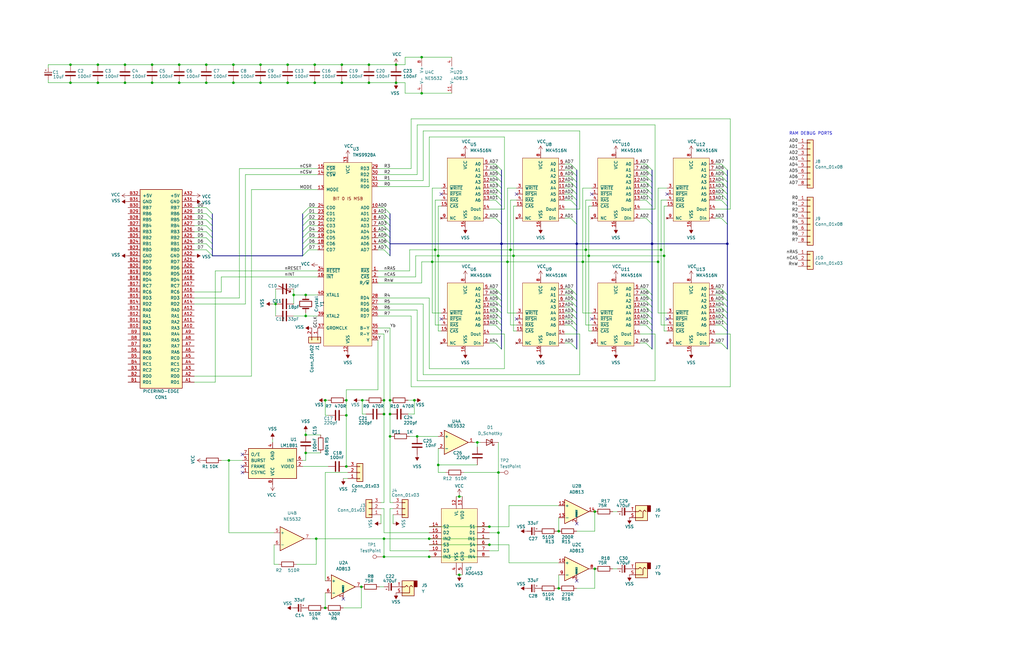
<source format=kicad_sch>
(kicad_sch (version 20230121) (generator eeschema)
  (paper "B")
  (title_block (title "TMS99XX") (company "sparkletron") (comment 1 "Jay Converitno") (comment 2 "MIT License"))
  (junction (at 183.515 105.41))
  (junction (at 174.752 168.91))
  (junction (at 164.465 174.752))
  (junction (at 75.565 27.305))
  (junction (at 123.825 124.46))
  (junction (at 180.975 234.95))
  (junction (at 206.375 229.87))
  (junction (at 52.705 34.925))
  (junction (at 215.265 105.41))
  (junction (at 235.585 248.285))
  (junction (at 128.905 124.46))
  (junction (at 121.285 34.925))
  (junction (at 193.675 242.57))
  (junction (at 182.245 110.49))
  (junction (at 184.785 107.95))
  (junction (at 175.895 184.15))
  (junction (at 132.715 34.925))
  (junction (at 245.745 110.49))
  (junction (at 248.285 107.95))
  (junction (at 247.015 105.41))
  (junction (at 146.05 175.26))
  (junction (at 116.205 128.27))
  (junction (at 121.285 27.305))
  (junction (at 167.005 27.305))
  (junction (at 64.135 27.305))
  (junction (at 155.575 34.925))
  (junction (at 216.535 107.95))
  (junction (at 98.425 34.925))
  (junction (at 146.05 196.85))
  (junction (at 29.718 27.305))
  (junction (at 164.465 184.15))
  (junction (at 41.275 34.925))
  (junction (at 161.925 174.752))
  (junction (at 235.585 224.155))
  (junction (at 75.565 34.925))
  (junction (at 210.185 199.39))
  (junction (at 128.905 191.135))
  (junction (at 96.52 194.31))
  (junction (at 250.825 215.9))
  (junction (at 161.925 234.95))
  (junction (at 152.4 247.65))
  (junction (at 277.495 110.49))
  (junction (at 161.925 227.33))
  (junction (at 274.955 102.87))
  (junction (at 280.035 107.95))
  (junction (at 29.718 34.925))
  (junction (at 41.275 27.305))
  (junction (at 210.185 224.79))
  (junction (at 167.005 34.925))
  (junction (at 206.375 222.25))
  (junction (at 128.905 183.515))
  (junction (at 146.05 168.91))
  (junction (at 177.8 39.37))
  (junction (at 306.705 102.87))
  (junction (at 180.975 227.33))
  (junction (at 211.455 102.87))
  (junction (at 155.575 27.305))
  (junction (at 86.995 34.925))
  (junction (at 144.145 34.925))
  (junction (at 52.705 27.305))
  (junction (at 184.785 196.215))
  (junction (at 193.675 209.55))
  (junction (at 98.425 27.305))
  (junction (at 164.465 168.91))
  (junction (at 144.145 27.305))
  (junction (at 201.295 186.69))
  (junction (at 133.35 227.33))
  (junction (at 250.825 240.03))
  (junction (at 152.781 168.91))
  (junction (at 177.8 24.13))
  (junction (at 64.135 34.925))
  (junction (at 128.905 133.35))
  (junction (at 86.995 27.305))
  (junction (at 109.855 27.305))
  (junction (at 137.16 256.54))
  (junction (at 109.855 34.925))
  (junction (at 278.765 105.41))
  (junction (at 161.925 168.91))
  (junction (at 213.995 110.49))
  (junction (at 132.715 27.305))
  (junction (at 137.16 168.91))
  (junction (at 243.205 102.87))
  (no_connect (at 144.78 252.73))
  (no_connect (at 249.555 81.915))
  (no_connect (at 281.305 81.915))
  (no_connect (at 186.055 81.915))
  (no_connect (at 102.235 199.39))
  (no_connect (at 243.205 220.98))
  (no_connect (at 102.235 191.77))
  (no_connect (at 249.555 134.62))
  (no_connect (at 243.205 245.11))
  (no_connect (at 281.305 134.62))
  (no_connect (at 102.235 196.85))
  (no_connect (at 217.805 134.62))
  (no_connect (at 217.805 81.915))
  (no_connect (at 186.055 134.62))
  (bus_entry (at 208.915 74.295) (size 2.54 2.54))
  (bus_entry (at 240.665 132.08) (size 2.54 2.54))
  (bus_entry (at 89.535 95.25) (size -2.54 -2.54))
  (bus_entry (at 208.915 137.16) (size 2.54 2.54))
  (bus_entry (at 208.915 84.455) (size 2.54 2.54))
  (bus_entry (at 272.415 74.295) (size 2.54 2.54))
  (bus_entry (at 127.635 90.17) (size 2.54 -2.54))
  (bus_entry (at 127.635 92.71) (size 2.54 -2.54))
  (bus_entry (at 272.415 79.375) (size 2.54 2.54))
  (bus_entry (at 161.925 100.33) (size 2.54 2.54))
  (bus_entry (at 304.165 127) (size 2.54 2.54))
  (bus_entry (at 240.665 79.375) (size 2.54 2.54))
  (bus_entry (at 89.535 100.33) (size -2.54 -2.54))
  (bus_entry (at 208.915 129.54) (size 2.54 2.54))
  (bus_entry (at 127.635 102.87) (size 2.54 -2.54))
  (bus_entry (at 272.415 76.835) (size 2.54 2.54))
  (bus_entry (at 208.915 69.215) (size 2.54 2.54))
  (bus_entry (at 240.665 127) (size 2.54 2.54))
  (bus_entry (at 240.665 144.78) (size 2.54 2.54))
  (bus_entry (at 208.915 132.08) (size 2.54 2.54))
  (bus_entry (at 304.165 84.455) (size 2.54 2.54))
  (bus_entry (at 272.415 124.46) (size 2.54 2.54))
  (bus_entry (at 272.415 144.78) (size 2.54 2.54))
  (bus_entry (at 304.165 124.46) (size 2.54 2.54))
  (bus_entry (at 304.165 74.295) (size 2.54 2.54))
  (bus_entry (at 304.165 129.54) (size 2.54 2.54))
  (bus_entry (at 272.415 121.92) (size 2.54 2.54))
  (bus_entry (at 304.165 71.755) (size 2.54 2.54))
  (bus_entry (at 304.165 69.215) (size 2.54 2.54))
  (bus_entry (at 89.535 105.41) (size -2.54 -2.54))
  (bus_entry (at 240.665 69.215) (size 2.54 2.54))
  (bus_entry (at 208.915 121.92) (size 2.54 2.54))
  (bus_entry (at 208.915 76.835) (size 2.54 2.54))
  (bus_entry (at 127.635 97.79) (size 2.54 -2.54))
  (bus_entry (at 240.665 76.835) (size 2.54 2.54))
  (bus_entry (at 240.665 74.295) (size 2.54 2.54))
  (bus_entry (at 304.165 132.08) (size 2.54 2.54))
  (bus_entry (at 240.665 71.755) (size 2.54 2.54))
  (bus_entry (at 208.915 81.915) (size 2.54 2.54))
  (bus_entry (at 240.665 124.46) (size 2.54 2.54))
  (bus_entry (at 272.415 69.215) (size 2.54 2.54))
  (bus_entry (at 208.915 92.075) (size 2.54 2.54))
  (bus_entry (at 161.925 105.41) (size 2.54 2.54))
  (bus_entry (at 89.535 107.95) (size -2.54 -2.54))
  (bus_entry (at 127.635 95.25) (size 2.54 -2.54))
  (bus_entry (at 272.415 134.62) (size 2.54 2.54))
  (bus_entry (at 208.915 71.755) (size 2.54 2.54))
  (bus_entry (at 272.415 71.755) (size 2.54 2.54))
  (bus_entry (at 272.415 132.08) (size 2.54 2.54))
  (bus_entry (at 161.925 97.79) (size 2.54 2.54))
  (bus_entry (at 161.925 102.87) (size 2.54 2.54))
  (bus_entry (at 304.165 144.78) (size 2.54 2.54))
  (bus_entry (at 304.165 134.62) (size 2.54 2.54))
  (bus_entry (at 89.535 90.17) (size -2.54 -2.54))
  (bus_entry (at 272.415 84.455) (size 2.54 2.54))
  (bus_entry (at 272.415 92.075) (size 2.54 2.54))
  (bus_entry (at 208.915 127) (size 2.54 2.54))
  (bus_entry (at 208.915 144.78) (size 2.54 2.54))
  (bus_entry (at 272.415 81.915) (size 2.54 2.54))
  (bus_entry (at 272.415 127) (size 2.54 2.54))
  (bus_entry (at 240.665 92.075) (size 2.54 2.54))
  (bus_entry (at 89.535 92.71) (size -2.54 -2.54))
  (bus_entry (at 161.925 92.71) (size 2.54 2.54))
  (bus_entry (at 272.415 129.54) (size 2.54 2.54))
  (bus_entry (at 304.165 121.92) (size 2.54 2.54))
  (bus_entry (at 304.165 81.915) (size 2.54 2.54))
  (bus_entry (at 304.165 76.835) (size 2.54 2.54))
  (bus_entry (at 127.635 100.33) (size 2.54 -2.54))
  (bus_entry (at 208.915 79.375) (size 2.54 2.54))
  (bus_entry (at 240.665 134.62) (size 2.54 2.54))
  (bus_entry (at 161.925 90.17) (size 2.54 2.54))
  (bus_entry (at 304.165 79.375) (size 2.54 2.54))
  (bus_entry (at 304.165 137.16) (size 2.54 2.54))
  (bus_entry (at 272.415 137.16) (size 2.54 2.54))
  (bus_entry (at 240.665 137.16) (size 2.54 2.54))
  (bus_entry (at 127.635 107.95) (size 2.54 -2.54))
  (bus_entry (at 240.665 121.92) (size 2.54 2.54))
  (bus_entry (at 161.925 87.63) (size 2.54 2.54))
  (bus_entry (at 240.665 81.915) (size 2.54 2.54))
  (bus_entry (at 240.665 84.455) (size 2.54 2.54))
  (bus_entry (at 89.535 102.87) (size -2.54 -2.54))
  (bus_entry (at 304.165 92.075) (size 2.54 2.54))
  (bus_entry (at 208.915 134.62) (size 2.54 2.54))
  (bus_entry (at 127.635 105.41) (size 2.54 -2.54))
  (bus_entry (at 208.915 124.46) (size 2.54 2.54))
  (bus_entry (at 161.925 95.25) (size 2.54 2.54))
  (bus_entry (at 89.535 97.79) (size -2.54 -2.54))
  (bus_entry (at 240.665 129.54) (size 2.54 2.54))
  (wire (pts (xy 128.905 183.515) (xy 135.255 183.515)))
  (wire (pts (xy 245.745 110.49) (xy 277.495 110.49)))
  (wire (pts (xy 172.72 105.41) (xy 172.72 114.3)))
  (wire (pts (xy 146.05 175.26) (xy 146.05 196.85)))
  (wire (pts (xy 217.805 132.08) (xy 213.995 132.08)))
  (wire (pts (xy 269.875 127) (xy 272.415 127)))
  (bus (pts (xy 274.955 71.755) (xy 274.955 74.295)))
  (wire (pts (xy 175.895 130.81) (xy 175.895 160.655)))
  (wire (pts (xy 215.265 105.41) (xy 215.265 84.455)))
  (wire (pts (xy 212.725 155.575) (xy 212.725 140.97)))
  (wire (pts (xy 248.285 107.95) (xy 280.035 107.95)))
  (wire (pts (xy 100.965 125.73) (xy 81.915 125.73)))
  (wire (pts (xy 238.125 81.915) (xy 240.665 81.915)))
  (wire (pts (xy 159.385 114.3) (xy 172.72 114.3)))
  (wire (pts (xy 93.345 116.84) (xy 93.345 123.19)))
  (bus (pts (xy 243.205 76.835) (xy 243.205 79.375)))
  (bus (pts (xy 243.205 102.87) (xy 243.205 124.46)))
  (wire (pts (xy 132.715 34.925) (xy 121.285 34.925)))
  (bus (pts (xy 306.705 81.915) (xy 306.705 84.455)))
  (wire (pts (xy 184.785 139.7) (xy 186.055 139.7)))
  (wire (pts (xy 238.125 92.075) (xy 240.665 92.075)))
  (bus (pts (xy 211.455 132.08) (xy 211.455 134.62)))
  (wire (pts (xy 114.935 186.69) (xy 114.935 185.42)))
  (wire (pts (xy 243.205 224.155) (xy 250.825 224.155)))
  (wire (pts (xy 138.43 175.26) (xy 137.16 175.26)))
  (wire (pts (xy 280.035 107.95) (xy 280.035 139.7)))
  (wire (pts (xy 161.925 140.97) (xy 161.925 168.91)))
  (wire (pts (xy 116.205 121.92) (xy 116.205 128.27)))
  (wire (pts (xy 175.895 52.705) (xy 276.225 52.705)))
  (wire (pts (xy 164.465 232.41) (xy 180.975 232.41)))
  (wire (pts (xy 206.375 69.215) (xy 208.915 69.215)))
  (wire (pts (xy 269.875 124.46) (xy 272.415 124.46)))
  (wire (pts (xy 161.925 92.71) (xy 159.385 92.71)))
  (wire (pts (xy 184.785 196.215) (xy 184.785 189.23)))
  (wire (pts (xy 123.825 124.46) (xy 123.825 121.92)))
  (wire (pts (xy 178.435 158.115) (xy 244.475 158.115)))
  (wire (pts (xy 244.475 55.245) (xy 244.475 88.265)))
  (bus (pts (xy 274.955 102.87) (xy 306.705 102.87)))
  (bus (pts (xy 306.705 74.295) (xy 306.705 76.835)))
  (wire (pts (xy 174.752 174.752) (xy 172.085 174.752)))
  (wire (pts (xy 86.995 90.17) (xy 81.915 90.17)))
  (bus (pts (xy 127.635 95.25) (xy 127.635 97.79)))
  (wire (pts (xy 175.895 184.15) (xy 184.785 184.15)))
  (wire (pts (xy 238.125 137.16) (xy 240.665 137.16)))
  (wire (pts (xy 269.875 134.62) (xy 272.415 134.62)))
  (wire (pts (xy 269.875 74.295) (xy 272.415 74.295)))
  (bus (pts (xy 306.705 84.455) (xy 306.705 86.995)))
  (wire (pts (xy 248.285 107.95) (xy 248.285 139.7)))
  (wire (pts (xy 41.275 27.305) (xy 52.705 27.305)))
  (wire (pts (xy 127.635 196.85) (xy 138.43 196.85)))
  (wire (pts (xy 193.675 208.915) (xy 193.675 209.55)))
  (wire (pts (xy 160.655 212.09) (xy 161.925 212.09)))
  (wire (pts (xy 276.225 52.705) (xy 276.225 88.265)))
  (wire (pts (xy 177.8 110.49) (xy 182.245 110.49)))
  (wire (pts (xy 206.375 71.755) (xy 208.915 71.755)))
  (bus (pts (xy 274.955 124.46) (xy 274.955 127)))
  (wire (pts (xy 90.805 114.3) (xy 133.985 114.3)))
  (wire (pts (xy 206.375 121.92) (xy 208.915 121.92)))
  (bus (pts (xy 306.705 132.08) (xy 306.705 134.62)))
  (wire (pts (xy 64.135 34.925) (xy 52.705 34.925)))
  (wire (pts (xy 159.385 130.81) (xy 175.895 130.81)))
  (wire (pts (xy 180.975 234.95) (xy 161.925 234.95)))
  (wire (pts (xy 173.355 133.35) (xy 173.355 163.195)))
  (wire (pts (xy 206.375 127) (xy 208.915 127)))
  (wire (pts (xy 247.015 137.16) (xy 247.015 105.41)))
  (wire (pts (xy 206.375 222.25) (xy 214.63 222.25)))
  (wire (pts (xy 183.515 137.16) (xy 183.515 105.41)))
  (wire (pts (xy 301.625 79.375) (xy 304.165 79.375)))
  (bus (pts (xy 211.455 81.915) (xy 211.455 84.455)))
  (wire (pts (xy 170.815 24.13) (xy 177.8 24.13)))
  (wire (pts (xy 20.32 27.305) (xy 29.718 27.305)))
  (wire (pts (xy 103.505 73.66) (xy 133.985 73.66)))
  (bus (pts (xy 274.955 137.16) (xy 274.955 139.7)))
  (bus (pts (xy 89.535 105.41) (xy 89.535 107.95)))
  (wire (pts (xy 276.225 160.655) (xy 276.225 140.97)))
  (wire (pts (xy 269.875 79.375) (xy 272.415 79.375)))
  (bus (pts (xy 211.455 134.62) (xy 211.455 137.16)))
  (wire (pts (xy 235.585 242.57) (xy 235.585 248.285)))
  (wire (pts (xy 128.905 182.245) (xy 128.905 183.515)))
  (bus (pts (xy 243.205 94.615) (xy 243.205 102.87)))
  (wire (pts (xy 159.385 78.74) (xy 180.975 78.74)))
  (wire (pts (xy 161.925 168.91) (xy 161.925 174.752)))
  (wire (pts (xy 192.405 209.55) (xy 193.675 209.55)))
  (wire (pts (xy 245.745 132.08) (xy 245.745 110.49)))
  (wire (pts (xy 103.505 73.66) (xy 103.505 128.27)))
  (wire (pts (xy 214.63 213.36) (xy 235.585 213.36)))
  (bus (pts (xy 243.205 127) (xy 243.205 129.54)))
  (wire (pts (xy 164.465 184.15) (xy 165.1 184.15)))
  (bus (pts (xy 243.205 71.755) (xy 243.205 74.295)))
  (bus (pts (xy 274.955 94.615) (xy 274.955 102.87)))
  (bus (pts (xy 127.635 92.71) (xy 127.635 95.25)))
  (wire (pts (xy 121.285 27.305) (xy 132.715 27.305)))
  (wire (pts (xy 155.575 27.305) (xy 167.005 27.305)))
  (wire (pts (xy 172.72 105.41) (xy 183.515 105.41)))
  (wire (pts (xy 173.355 71.12) (xy 173.355 50.165)))
  (bus (pts (xy 274.955 102.87) (xy 274.955 124.46)))
  (wire (pts (xy 170.815 39.37) (xy 170.815 34.925)))
  (wire (pts (xy 269.875 132.08) (xy 272.415 132.08)))
  (bus (pts (xy 274.955 79.375) (xy 274.955 81.915)))
  (wire (pts (xy 248.285 86.995) (xy 248.285 107.95)))
  (wire (pts (xy 301.625 124.46) (xy 304.165 124.46)))
  (wire (pts (xy 206.375 74.295) (xy 208.915 74.295)))
  (bus (pts (xy 306.705 86.995) (xy 306.705 94.615)))
  (wire (pts (xy 183.515 105.41) (xy 215.265 105.41)))
  (bus (pts (xy 89.535 95.25) (xy 89.535 97.79)))
  (wire (pts (xy 172.72 184.15) (xy 175.895 184.15)))
  (wire (pts (xy 165.735 217.17) (xy 165.735 220.98)))
  (wire (pts (xy 301.625 121.92) (xy 304.165 121.92)))
  (wire (pts (xy 280.035 86.995) (xy 280.035 107.95)))
  (bus (pts (xy 211.455 139.7) (xy 211.455 147.32)))
  (wire (pts (xy 123.825 124.46) (xy 128.905 124.46)))
  (wire (pts (xy 93.345 194.31) (xy 96.52 194.31)))
  (wire (pts (xy 159.385 116.84) (xy 175.26 116.84)))
  (wire (pts (xy 249.555 86.995) (xy 248.285 86.995)))
  (wire (pts (xy 249.555 137.16) (xy 247.015 137.16)))
  (wire (pts (xy 244.475 140.97) (xy 238.125 140.97)))
  (wire (pts (xy 192.405 242.57) (xy 193.675 242.57)))
  (wire (pts (xy 164.465 184.15) (xy 164.465 212.09)))
  (bus (pts (xy 243.205 84.455) (xy 243.205 86.995)))
  (wire (pts (xy 238.125 69.215) (xy 240.665 69.215)))
  (bus (pts (xy 306.705 134.62) (xy 306.705 137.16)))
  (bus (pts (xy 306.705 76.835) (xy 306.705 79.375)))
  (wire (pts (xy 206.375 88.265) (xy 212.725 88.265)))
  (wire (pts (xy 133.985 80.01) (xy 106.045 80.01)))
  (wire (pts (xy 175.895 160.655) (xy 276.225 160.655)))
  (wire (pts (xy 244.475 158.115) (xy 244.475 140.97)))
  (wire (pts (xy 177.8 39.37) (xy 190.5 39.37)))
  (wire (pts (xy 178.435 76.2) (xy 178.435 55.245)))
  (wire (pts (xy 212.725 140.97) (xy 206.375 140.97)))
  (wire (pts (xy 213.995 79.375) (xy 217.805 79.375)))
  (wire (pts (xy 301.625 127) (xy 304.165 127)))
  (wire (pts (xy 96.52 194.31) (xy 102.235 194.31)))
  (wire (pts (xy 216.535 107.95) (xy 248.285 107.95)))
  (wire (pts (xy 276.225 140.97) (xy 269.875 140.97)))
  (bus (pts (xy 211.455 137.16) (xy 211.455 139.7)))
  (wire (pts (xy 238.125 76.835) (xy 240.665 76.835)))
  (bus (pts (xy 274.955 84.455) (xy 274.955 86.995)))
  (wire (pts (xy 180.975 155.575) (xy 212.725 155.575)))
  (wire (pts (xy 164.465 138.43) (xy 164.465 168.91)))
  (wire (pts (xy 117.475 238.125) (xy 115.57 238.125)))
  (bus (pts (xy 89.535 92.71) (xy 89.535 95.25)))
  (wire (pts (xy 133.35 227.33) (xy 161.925 227.33)))
  (wire (pts (xy 214.63 237.49) (xy 235.585 237.49)))
  (bus (pts (xy 306.705 124.46) (xy 306.705 127)))
  (wire (pts (xy 182.245 132.08) (xy 182.245 110.49)))
  (bus (pts (xy 211.455 86.995) (xy 211.455 94.615)))
  (bus (pts (xy 211.455 71.755) (xy 211.455 74.295)))
  (bus (pts (xy 274.955 76.835) (xy 274.955 79.375)))
  (wire (pts (xy 201.295 188.595) (xy 201.295 186.69)))
  (wire (pts (xy 250.825 248.285) (xy 250.825 240.03)))
  (wire (pts (xy 238.125 124.46) (xy 240.665 124.46)))
  (wire (pts (xy 215.265 105.41) (xy 215.265 137.16)))
  (bus (pts (xy 243.205 74.295) (xy 243.205 76.835)))
  (wire (pts (xy 301.625 144.78) (xy 304.165 144.78)))
  (wire (pts (xy 277.495 110.49) (xy 277.495 132.08)))
  (bus (pts (xy 274.955 81.915) (xy 274.955 84.455)))
  (wire (pts (xy 86.995 100.33) (xy 81.915 100.33)))
  (wire (pts (xy 20.32 34.925) (xy 29.718 34.925)))
  (wire (pts (xy 20.32 34.925) (xy 20.32 33.655)))
  (wire (pts (xy 109.855 27.305) (xy 121.285 27.305)))
  (wire (pts (xy 137.16 199.39) (xy 137.16 245.11)))
  (wire (pts (xy 238.125 79.375) (xy 240.665 79.375)))
  (bus (pts (xy 211.455 79.375) (xy 211.455 81.915)))
  (wire (pts (xy 170.815 34.925) (xy 167.005 34.925)))
  (wire (pts (xy 159.385 90.17) (xy 161.925 90.17)))
  (wire (pts (xy 161.925 87.63) (xy 159.385 87.63)))
  (wire (pts (xy 146.05 168.91) (xy 146.05 175.26)))
  (wire (pts (xy 130.175 105.41) (xy 133.985 105.41)))
  (wire (pts (xy 98.425 34.925) (xy 109.855 34.925)))
  (wire (pts (xy 206.375 81.915) (xy 208.915 81.915)))
  (wire (pts (xy 269.875 84.455) (xy 272.415 84.455)))
  (wire (pts (xy 269.875 121.92) (xy 272.415 121.92)))
  (wire (pts (xy 210.185 199.39) (xy 210.185 186.69)))
  (wire (pts (xy 307.975 88.265) (xy 301.625 88.265)))
  (wire (pts (xy 161.925 102.87) (xy 159.385 102.87)))
  (wire (pts (xy 206.375 144.78) (xy 208.915 144.78)))
  (wire (pts (xy 206.375 124.46) (xy 208.915 124.46)))
  (wire (pts (xy 281.305 86.995) (xy 280.035 86.995)))
  (wire (pts (xy 159.385 133.35) (xy 173.355 133.35)))
  (wire (pts (xy 245.745 110.49) (xy 245.745 79.375)))
  (wire (pts (xy 130.175 92.71) (xy 133.985 92.71)))
  (wire (pts (xy 151.765 168.91) (xy 152.781 168.91)))
  (wire (pts (xy 81.915 92.71) (xy 86.995 92.71)))
  (wire (pts (xy 216.535 139.7) (xy 217.805 139.7)))
  (wire (pts (xy 159.385 100.33) (xy 161.925 100.33)))
  (wire (pts (xy 164.465 174.752) (xy 164.465 184.15)))
  (bus (pts (xy 211.455 76.835) (xy 211.455 79.375)))
  (wire (pts (xy 301.625 132.08) (xy 304.165 132.08)))
  (wire (pts (xy 234.95 224.155) (xy 235.585 224.155)))
  (bus (pts (xy 89.535 97.79) (xy 89.535 100.33)))
  (wire (pts (xy 247.015 105.41) (xy 278.765 105.41)))
  (wire (pts (xy 180.975 125.73) (xy 180.975 155.575)))
  (wire (pts (xy 130.175 100.33) (xy 133.985 100.33)))
  (bus (pts (xy 211.455 129.54) (xy 211.455 132.08)))
  (bus (pts (xy 274.955 129.54) (xy 274.955 132.08)))
  (wire (pts (xy 106.045 80.01) (xy 106.045 158.75)))
  (wire (pts (xy 164.465 168.91) (xy 164.465 174.752)))
  (bus (pts (xy 306.705 79.375) (xy 306.705 81.915)))
  (wire (pts (xy 238.125 129.54) (xy 240.665 129.54)))
  (wire (pts (xy 175.26 107.95) (xy 175.26 116.84)))
  (wire (pts (xy 269.875 137.16) (xy 272.415 137.16)))
  (bus (pts (xy 89.535 100.33) (xy 89.535 102.87)))
  (wire (pts (xy 86.995 34.925) (xy 75.565 34.925)))
  (wire (pts (xy 178.435 55.245) (xy 244.475 55.245)))
  (wire (pts (xy 301.625 137.16) (xy 304.165 137.16)))
  (wire (pts (xy 29.718 27.305) (xy 41.275 27.305)))
  (wire (pts (xy 128.905 191.135) (xy 128.905 194.31)))
  (wire (pts (xy 98.425 34.925) (xy 86.995 34.925)))
  (wire (pts (xy 238.125 144.78) (xy 240.665 144.78)))
  (wire (pts (xy 206.375 79.375) (xy 208.915 79.375)))
  (bus (pts (xy 127.635 102.87) (xy 127.635 105.41)))
  (wire (pts (xy 184.785 107.95) (xy 216.535 107.95)))
  (wire (pts (xy 159.385 125.73) (xy 180.975 125.73)))
  (bus (pts (xy 306.705 71.755) (xy 306.705 74.295)))
  (wire (pts (xy 234.95 248.285) (xy 235.585 248.285)))
  (wire (pts (xy 159.385 138.43) (xy 164.465 138.43)))
  (bus (pts (xy 306.705 127) (xy 306.705 129.54)))
  (wire (pts (xy 159.385 128.27) (xy 178.435 128.27)))
  (wire (pts (xy 133.985 102.87) (xy 130.175 102.87)))
  (wire (pts (xy 173.355 50.165) (xy 307.975 50.165)))
  (wire (pts (xy 96.52 224.79) (xy 96.52 194.31)))
  (wire (pts (xy 213.995 132.08) (xy 213.995 110.49)))
  (wire (pts (xy 212.725 88.265) (xy 212.725 57.785)))
  (wire (pts (xy 180.975 57.785) (xy 180.975 78.74)))
  (wire (pts (xy 216.535 107.95) (xy 216.535 139.7)))
  (wire (pts (xy 201.295 186.69) (xy 200.025 186.69)))
  (bus (pts (xy 211.455 102.87) (xy 243.205 102.87)))
  (wire (pts (xy 238.125 121.92) (xy 240.665 121.92)))
  (wire (pts (xy 164.465 214.63) (xy 165.735 214.63)))
  (wire (pts (xy 206.375 229.87) (xy 214.63 229.87)))
  (bus (pts (xy 164.465 105.41) (xy 164.465 107.95)))
  (wire (pts (xy 93.345 116.84) (xy 133.985 116.84)))
  (bus (pts (xy 211.455 94.615) (xy 211.455 102.87)))
  (wire (pts (xy 238.125 74.295) (xy 240.665 74.295)))
  (wire (pts (xy 206.375 84.455) (xy 208.915 84.455)))
  (wire (pts (xy 307.975 163.195) (xy 307.975 140.97)))
  (bus (pts (xy 306.705 129.54) (xy 306.705 132.08)))
  (wire (pts (xy 164.465 212.09) (xy 165.735 212.09)))
  (wire (pts (xy 278.765 105.41) (xy 278.765 84.455)))
  (wire (pts (xy 213.995 110.49) (xy 213.995 79.375)))
  (wire (pts (xy 86.995 105.41) (xy 81.915 105.41)))
  (wire (pts (xy 146.05 196.85) (xy 146.685 196.85)))
  (wire (pts (xy 159.385 76.2) (xy 178.435 76.2)))
  (wire (pts (xy 155.575 34.925) (xy 144.145 34.925)))
  (wire (pts (xy 184.785 196.215) (xy 184.785 199.39)))
  (wire (pts (xy 206.375 137.16) (xy 208.915 137.16)))
  (wire (pts (xy 269.875 92.075) (xy 272.415 92.075)))
  (bus (pts (xy 243.205 129.54) (xy 243.205 132.08)))
  (bus (pts (xy 211.455 102.87) (xy 211.455 124.46)))
  (wire (pts (xy 175.895 73.66) (xy 175.895 52.705)))
  (wire (pts (xy 177.8 119.38) (xy 177.8 110.49)))
  (wire (pts (xy 170.815 27.305) (xy 170.815 24.13)))
  (wire (pts (xy 146.05 168.91) (xy 146.05 164.465)))
  (wire (pts (xy 201.295 196.215) (xy 184.785 196.215)))
  (wire (pts (xy 136.525 256.54) (xy 137.16 256.54)))
  (wire (pts (xy 307.975 140.97) (xy 301.625 140.97)))
  (wire (pts (xy 81.915 102.87) (xy 86.995 102.87)))
  (wire (pts (xy 161.925 234.95) (xy 161.925 227.33)))
  (wire (pts (xy 177.8 24.13) (xy 190.5 24.13)))
  (wire (pts (xy 210.185 232.41) (xy 210.185 224.79)))
  (bus (pts (xy 211.455 124.46) (xy 211.455 127)))
  (wire (pts (xy 206.375 76.835) (xy 208.915 76.835)))
  (wire (pts (xy 174.752 168.91) (xy 174.752 174.752)))
  (wire (pts (xy 130.81 227.33) (xy 133.35 227.33)))
  (wire (pts (xy 215.265 105.41) (xy 247.015 105.41)))
  (wire (pts (xy 238.125 127) (xy 240.665 127)))
  (wire (pts (xy 301.625 81.915) (xy 304.165 81.915)))
  (wire (pts (xy 81.915 97.79) (xy 86.995 97.79)))
  (bus (pts (xy 127.635 97.79) (xy 127.635 100.33)))
  (wire (pts (xy 180.975 227.33) (xy 206.375 227.33)))
  (wire (pts (xy 277.495 79.375) (xy 281.305 79.375)))
  (bus (pts (xy 127.635 105.41) (xy 127.635 107.95)))
  (wire (pts (xy 133.35 238.125) (xy 133.35 227.33)))
  (wire (pts (xy 180.975 222.25) (xy 206.375 222.25)))
  (wire (pts (xy 276.225 88.265) (xy 269.875 88.265)))
  (wire (pts (xy 238.125 84.455) (xy 240.665 84.455)))
  (wire (pts (xy 250.825 224.155) (xy 250.825 215.9)))
  (wire (pts (xy 159.385 73.66) (xy 175.895 73.66)))
  (wire (pts (xy 137.16 168.91) (xy 138.43 168.91)))
  (wire (pts (xy 173.355 163.195) (xy 307.975 163.195)))
  (wire (pts (xy 75.565 34.925) (xy 64.135 34.925)))
  (wire (pts (xy 152.4 256.54) (xy 152.4 247.65)))
  (wire (pts (xy 278.765 105.41) (xy 278.765 137.16)))
  (wire (pts (xy 128.905 133.35) (xy 133.985 133.35)))
  (wire (pts (xy 247.015 84.455) (xy 249.555 84.455)))
  (wire (pts (xy 159.385 164.465) (xy 159.385 143.51)))
  (wire (pts (xy 144.78 201.93) (xy 146.685 201.93)))
  (bus (pts (xy 243.205 79.375) (xy 243.205 81.915)))
  (wire (pts (xy 86.995 95.25) (xy 81.915 95.25)))
  (wire (pts (xy 193.675 242.57) (xy 194.945 242.57)))
  (wire (pts (xy 130.175 87.63) (xy 133.985 87.63)))
  (wire (pts (xy 159.385 119.38) (xy 177.8 119.38)))
  (wire (pts (xy 90.805 161.29) (xy 81.915 161.29)))
  (bus (pts (xy 243.205 81.915) (xy 243.205 84.455)))
  (wire (pts (xy 186.055 137.16) (xy 183.515 137.16)))
  (bus (pts (xy 211.455 84.455) (xy 211.455 86.995)))
  (wire (pts (xy 182.245 79.375) (xy 186.055 79.375)))
  (bus (pts (xy 243.205 137.16) (xy 243.205 139.7)))
  (bus (pts (xy 164.465 102.87) (xy 164.465 105.41)))
  (bus (pts (xy 164.465 97.79) (xy 164.465 100.33)))
  (wire (pts (xy 206.375 232.41) (xy 210.185 232.41)))
  (wire (pts (xy 277.495 110.49) (xy 277.495 79.375)))
  (wire (pts (xy 93.345 123.19) (xy 81.915 123.19)))
  (wire (pts (xy 133.985 71.12) (xy 100.965 71.12)))
  (bus (pts (xy 89.535 90.17) (xy 89.535 92.71)))
  (bus (pts (xy 243.205 86.995) (xy 243.205 94.615)))
  (bus (pts (xy 164.465 102.87) (xy 211.455 102.87)))
  (bus (pts (xy 243.205 134.62) (xy 243.205 137.16)))
  (wire (pts (xy 103.505 128.27) (xy 81.915 128.27)))
  (wire (pts (xy 64.135 27.305) (xy 75.565 27.305)))
  (wire (pts (xy 86.995 87.63) (xy 81.915 87.63)))
  (wire (pts (xy 244.475 88.265) (xy 238.125 88.265)))
  (bus (pts (xy 274.955 132.08) (xy 274.955 134.62)))
  (wire (pts (xy 269.875 69.215) (xy 272.415 69.215)))
  (wire (pts (xy 128.905 132.08) (xy 128.905 133.35)))
  (wire (pts (xy 152.781 174.752) (xy 152.781 168.91)))
  (wire (pts (xy 238.125 71.755) (xy 240.665 71.755)))
  (wire (pts (xy 137.16 199.39) (xy 146.685 199.39)))
  (wire (pts (xy 128.905 194.31) (xy 127.635 194.31)))
  (wire (pts (xy 235.585 218.44) (xy 235.585 224.155)))
  (wire (pts (xy 130.175 97.79) (xy 133.985 97.79)))
  (wire (pts (xy 238.125 132.08) (xy 240.665 132.08)))
  (wire (pts (xy 217.805 137.16) (xy 215.265 137.16)))
  (wire (pts (xy 278.765 84.455) (xy 281.305 84.455)))
  (wire (pts (xy 269.875 76.835) (xy 272.415 76.835)))
  (wire (pts (xy 133.985 95.25) (xy 130.175 95.25)))
  (wire (pts (xy 115.57 224.79) (xy 96.52 224.79)))
  (wire (pts (xy 301.625 71.755) (xy 304.165 71.755)))
  (bus (pts (xy 243.205 124.46) (xy 243.205 127)))
  (bus (pts (xy 164.465 92.71) (xy 164.465 95.25)))
  (wire (pts (xy 144.78 256.54) (xy 152.4 256.54)))
  (wire (pts (xy 301.625 84.455) (xy 304.165 84.455)))
  (wire (pts (xy 178.435 128.27) (xy 178.435 158.115)))
  (wire (pts (xy 243.205 248.285) (xy 250.825 248.285)))
  (wire (pts (xy 123.825 133.35) (xy 128.905 133.35)))
  (bus (pts (xy 274.955 74.295) (xy 274.955 76.835)))
  (wire (pts (xy 182.245 110.49) (xy 213.995 110.49)))
  (bus (pts (xy 127.635 90.17) (xy 127.635 92.71)))
  (wire (pts (xy 144.145 34.925) (xy 132.715 34.925)))
  (wire (pts (xy 175.26 107.95) (xy 184.785 107.95)))
  (wire (pts (xy 115.57 229.87) (xy 115.57 238.125)))
  (wire (pts (xy 269.875 144.78) (xy 272.415 144.78)))
  (wire (pts (xy 75.565 27.305) (xy 86.995 27.305)))
  (bus (pts (xy 306.705 137.16) (xy 306.705 139.7)))
  (wire (pts (xy 41.275 34.925) (xy 52.705 34.925)))
  (wire (pts (xy 172.085 168.91) (xy 174.752 168.91)))
  (bus (pts (xy 164.465 90.17) (xy 164.465 92.71)))
  (wire (pts (xy 206.375 132.08) (xy 208.915 132.08)))
  (wire (pts (xy 277.495 132.08) (xy 281.305 132.08)))
  (wire (pts (xy 214.63 229.87) (xy 214.63 237.49)))
  (wire (pts (xy 121.285 34.925) (xy 109.855 34.925)))
  (wire (pts (xy 132.715 27.305) (xy 144.145 27.305)))
  (wire (pts (xy 125.095 238.125) (xy 133.35 238.125)))
  (wire (pts (xy 159.385 95.25) (xy 161.925 95.25)))
  (wire (pts (xy 130.175 90.17) (xy 133.985 90.17)))
  (wire (pts (xy 301.625 129.54) (xy 304.165 129.54)))
  (bus (pts (xy 306.705 94.615) (xy 306.705 102.87)))
  (wire (pts (xy 180.975 234.95) (xy 206.375 234.95)))
  (wire (pts (xy 217.805 86.995) (xy 216.535 86.995)))
  (bus (pts (xy 274.955 86.995) (xy 274.955 94.615)))
  (wire (pts (xy 249.555 132.08) (xy 245.745 132.08)))
  (wire (pts (xy 29.718 34.925) (xy 41.275 34.925)))
  (wire (pts (xy 301.625 69.215) (xy 304.165 69.215)))
  (wire (pts (xy 106.045 158.75) (xy 81.915 158.75)))
  (wire (pts (xy 167.005 27.305) (xy 170.815 27.305)))
  (bus (pts (xy 211.455 127) (xy 211.455 129.54)))
  (wire (pts (xy 160.655 214.63) (xy 161.925 214.63)))
  (bus (pts (xy 306.705 102.87) (xy 306.705 124.46)))
  (wire (pts (xy 186.055 86.995) (xy 184.785 86.995)))
  (wire (pts (xy 177.8 39.37) (xy 170.815 39.37)))
  (wire (pts (xy 269.875 129.54) (xy 272.415 129.54)))
  (bus (pts (xy 127.635 100.33) (xy 127.635 102.87)))
  (wire (pts (xy 183.515 84.455) (xy 186.055 84.455)))
  (bus (pts (xy 89.535 107.95) (xy 127.635 107.95)))
  (wire (pts (xy 161.925 227.33) (xy 180.975 227.33)))
  (wire (pts (xy 301.625 76.835) (xy 304.165 76.835)))
  (wire (pts (xy 146.05 164.465) (xy 159.385 164.465)))
  (wire (pts (xy 247.015 105.41) (xy 247.015 84.455)))
  (wire (pts (xy 160.02 247.65) (xy 161.925 247.65)))
  (bus (pts (xy 243.205 139.7) (xy 243.205 147.32)))
  (wire (pts (xy 210.185 224.79) (xy 206.375 224.79)))
  (wire (pts (xy 258.445 240.03) (xy 260.35 240.03)))
  (wire (pts (xy 161.925 174.752) (xy 161.925 212.09)))
  (wire (pts (xy 278.765 137.16) (xy 281.305 137.16)))
  (wire (pts (xy 135.255 191.135) (xy 128.905 191.135)))
  (bus (pts (xy 306.705 139.7) (xy 306.705 147.32)))
  (wire (pts (xy 193.675 209.55) (xy 194.945 209.55)))
  (wire (pts (xy 20.32 27.305) (xy 20.32 28.575)))
  (wire (pts (xy 206.375 129.54) (xy 208.915 129.54)))
  (wire (pts (xy 182.245 110.49) (xy 182.245 79.375)))
  (wire (pts (xy 307.975 50.165) (xy 307.975 88.265)))
  (wire (pts (xy 184.785 86.995) (xy 184.785 107.95)))
  (wire (pts (xy 180.975 229.87) (xy 206.375 229.87)))
  (bus (pts (xy 164.465 100.33) (xy 164.465 102.87)))
  (bus (pts (xy 274.955 127) (xy 274.955 129.54)))
  (wire (pts (xy 159.385 140.97) (xy 161.925 140.97)))
  (wire (pts (xy 98.425 27.305) (xy 109.855 27.305)))
  (wire (pts (xy 184.785 107.95) (xy 184.785 139.7)))
  (wire (pts (xy 161.925 214.63) (xy 161.925 224.79)))
  (wire (pts (xy 123.825 128.27) (xy 123.825 124.46)))
  (wire (pts (xy 161.29 234.95) (xy 161.925 234.95)))
  (bus (pts (xy 164.465 95.25) (xy 164.465 97.79)))
  (wire (pts (xy 183.515 105.41) (xy 183.515 84.455)))
  (wire (pts (xy 137.16 175.26) (xy 137.16 168.91)))
  (wire (pts (xy 269.875 71.755) (xy 272.415 71.755)))
  (wire (pts (xy 238.125 134.62) (xy 240.665 134.62)))
  (wire (pts (xy 206.375 134.62) (xy 208.915 134.62)))
  (bus (pts (xy 243.205 132.08) (xy 243.205 134.62)))
  (wire (pts (xy 301.625 74.295) (xy 304.165 74.295)))
  (wire (pts (xy 216.535 86.995) (xy 216.535 107.95)))
  (wire (pts (xy 215.265 84.455) (xy 217.805 84.455)))
  (wire (pts (xy 201.295 186.69) (xy 202.565 186.69)))
  (wire (pts (xy 90.805 114.3) (xy 90.805 161.29)))
  (bus (pts (xy 274.955 139.7) (xy 274.955 147.32)))
  (wire (pts (xy 161.925 224.79) (xy 180.975 224.79)))
  (wire (pts (xy 212.725 57.785) (xy 180.975 57.785)))
  (wire (pts (xy 206.375 92.075) (xy 208.915 92.075)))
  (wire (pts (xy 258.445 215.9) (xy 260.35 215.9)))
  (wire (pts (xy 184.785 199.39) (xy 187.96 199.39)))
  (bus (pts (xy 274.955 134.62) (xy 274.955 137.16)))
  (wire (pts (xy 301.625 134.62) (xy 304.165 134.62)))
  (wire (pts (xy 269.875 81.915) (xy 272.415 81.915)))
  (wire (pts (xy 152.781 168.91) (xy 154.305 168.91)))
  (bus (pts (xy 243.205 102.87) (xy 274.955 102.87)))
  (wire (pts (xy 213.995 110.49) (xy 245.745 110.49)))
  (wire (pts (xy 100.965 71.12) (xy 100.965 125.73)))
  (wire (pts (xy 114.935 128.27) (xy 116.205 128.27)))
  (bus (pts (xy 211.455 74.295) (xy 211.455 76.835)))
  (wire (pts (xy 164.465 214.63) (xy 164.465 232.41)))
  (wire (pts (xy 186.055 132.08) (xy 182.245 132.08)))
  (wire (pts (xy 195.58 199.39) (xy 210.185 199.39)))
  (wire (pts (xy 245.745 79.375) (xy 249.555 79.375)))
  (wire (pts (xy 167.005 34.925) (xy 155.575 34.925)))
  (wire (pts (xy 116.205 128.27) (xy 116.205 133.35)))
  (wire (pts (xy 214.63 222.25) (xy 214.63 213.36)))
  (wire (pts (xy 86.995 27.305) (xy 98.425 27.305)))
  (wire (pts (xy 161.925 97.79) (xy 159.385 97.79)))
  (wire (pts (xy 248.285 139.7) (xy 249.555 139.7)))
  (wire (pts (xy 137.16 250.19) (xy 137.16 256.54)))
  (wire (pts (xy 159.385 105.41) (xy 161.925 105.41)))
  (wire (pts (xy 144.145 27.305) (xy 155.575 27.305)))
  (wire (pts (xy 301.625 92.075) (xy 304.165 92.075)))
  (wire (pts (xy 159.385 71.12) (xy 173.355 71.12)))
  (wire (pts (xy 52.705 27.305) (xy 64.135 27.305)))
  (wire (pts (xy 160.655 217.17) (xy 160.655 220.98)))
  (wire (pts (xy 128.905 124.46) (xy 133.985 124.46)))
  (wire (pts (xy 154.305 174.752) (xy 152.781 174.752)))
  (wire (pts (xy 280.035 139.7) (xy 281.305 139.7)))
  (wire (pts (xy 210.185 199.39) (xy 210.185 224.79)))
  (bus (pts (xy 89.535 102.87) (xy 89.535 105.41)))
  (text "RAM DEBUG PORTS" (at 332.74 57.15 0) (effects (font (size 1.27 1.27)) (justify left bottom)))
  (label "GCLK" (at 133.985 138.43 90))
  (label "AD1" (at 336.55 62.865 180))
  (label "MODE" (at 126.365 80.01 0))
  (label "RnW" (at 336.55 112.395 180))
  (label "AD0" (at 336.55 60.325 180))
  (label "AD3" (at 336.55 67.945 180))
  (label "AD6" (at 301.625 124.46 0))
  (label "AD6" (at 159.385 102.87 0))
  (label "AD7" (at 336.55 78.105 180))
  (label "AD3" (at 206.375 132.08 0))
  (label "nRESET" (at 120.015 114.3 0))
  (label "AD5" (at 301.625 74.295 0))
  (label "R3" (at 161.925 71.12 0))
  (label "AD5" (at 206.375 127 0))
  (label "AD6" (at 206.375 71.755 0))
  (label "AD1" (at 206.375 84.455 0))
  (label "AD2" (at 269.875 92.075 0))
  (label "nCSR" (at 126.365 71.12 0))
  (label "AD2" (at 206.375 81.915 0))
  (label "AD4" (at 269.875 129.54 0))
  (label "AD7" (at 269.875 121.92 0))
  (label "AD3" (at 238.125 79.375 0))
  (label "R1" (at 161.925 76.2 0))
  (label "AD6" (at 269.875 71.755 0))
  (label "AD1" (at 269.875 84.455 0))
  (label "AD4" (at 301.625 129.54 0))
  (label "RnW" (at 161.925 119.38 0))
  (label "AD1" (at 238.125 84.455 0))
  (label "AD3" (at 206.375 79.375 0))
  (label "D7" (at 130.175 105.41 0))
  (label "AD1" (at 301.625 137.16 0))
  (label "AD6" (at 238.125 71.755 0))
  (label "AD5" (at 159.385 100.33 0))
  (label "D1" (at 83.185 90.17 0))
  (label "R6" (at 336.55 99.695 180))
  (label "AD4" (at 206.375 144.78 0))
  (label "D3" (at 130.175 95.25 0))
  (label "AD1" (at 159.385 90.17 0))
  (label "AD5" (at 269.875 74.295 0))
  (label "Yb" (at 164.465 138.43 0))
  (label "AD2" (at 159.385 92.71 0))
  (label "R0" (at 336.55 84.455 180))
  (label "D4" (at 130.175 97.79 0))
  (label "AD5" (at 238.125 144.78 0))
  (label "D1" (at 130.175 90.17 0))
  (label "AD4" (at 301.625 76.835 0))
  (label "AD7" (at 301.625 121.92 0))
  (label "AD5" (at 269.875 127 0))
  (label "D6" (at 83.185 102.87 0))
  (label "AD5" (at 238.125 74.295 0))
  (label "AD4" (at 336.55 70.485 180))
  (label "AD4" (at 269.875 76.835 0))
  (label "AD2" (at 238.125 134.62 0))
  (label "AD3" (at 301.625 79.375 0))
  (label "Yr" (at 161.925 140.97 0))
  (label "R4" (at 161.925 125.73 0))
  (label "AD7" (at 238.125 121.92 0))
  (label "AD2" (at 336.55 65.405 180))
  (label "R3" (at 336.55 92.075 180))
  (label "R0" (at 161.925 78.74 0))
  (label "AD7" (at 206.375 121.92 0))
  (label "AD2" (at 238.125 81.915 0))
  (label "AD2" (at 301.625 81.915 0))
  (label "AD7" (at 301.625 144.78 0))
  (label "D7" (at 83.185 105.41 0))
  (label "AD7" (at 238.125 69.215 0))
  (label "AD5" (at 301.625 127 0))
  (label "AD6" (at 269.875 124.46 0))
  (label "AD2" (at 269.875 134.62 0))
  (label "AD3" (at 269.875 132.08 0))
  (label "Y" (at 159.385 143.51 0))
  (label "AD5" (at 238.125 127 0))
  (label "AD7" (at 206.375 69.215 0))
  (label "AD4" (at 159.385 97.79 0))
  (label "AD3" (at 269.875 79.375 0))
  (label "AD6" (at 269.875 144.78 0))
  (label "R4" (at 336.55 94.615 180))
  (label "AD3" (at 238.125 132.08 0))
  (label "D2" (at 83.185 92.71 0))
  (label "AD7" (at 269.875 69.215 0))
  (label "D0" (at 130.175 87.63 0))
  (label "nCSW" (at 126.365 73.66 0))
  (label "R6" (at 161.925 130.81 0))
  (label "AD5" (at 336.55 73.025 180))
  (label "AD0" (at 206.375 92.075 0))
  (label "AD6" (at 238.125 124.46 0))
  (label "D2" (at 130.175 92.71 0))
  (label "AD1" (at 238.125 137.16 0))
  (label "nRAS" (at 336.55 107.315 180))
  (label "AD4" (at 238.125 76.835 0))
  (label "AD6" (at 206.375 124.46 0))
  (label "AD7" (at 159.385 105.41 0))
  (label "R5" (at 161.925 128.27 0))
  (label "AD1" (at 238.125 92.075 0))
  (label "nINT" (at 120.015 116.84 0))
  (label "R7" (at 161.925 133.35 0))
  (label "AD4" (at 206.375 129.54 0))
  (label "AD1" (at 206.375 137.16 0))
  (label "AD3" (at 301.625 132.08 0))
  (label "R2" (at 161.925 73.66 0))
  (label "AD3" (at 159.385 95.25 0))
  (label "AD2" (at 269.875 81.915 0))
  (label "D5" (at 130.175 100.33 0))
  (label "D0" (at 83.185 87.63 0))
  (label "AD4" (at 238.125 129.54 0))
  (label "D3" (at 83.185 95.25 0))
  (label "R2" (at 336.55 89.535 180))
  (label "nCAS" (at 161.925 116.84 0))
  (label "AD7" (at 301.625 69.215 0))
  (label "D4" (at 83.185 97.79 0))
  (label "nRAS" (at 161.925 114.3 0))
  (label "D6" (at 130.175 102.87 0))
  (label "AD1" (at 301.625 84.455 0))
  (label "AD6" (at 336.55 75.565 180))
  (label "AD6" (at 301.625 71.755 0))
  (label "AD2" (at 206.375 134.62 0))
  (label "R5" (at 336.55 97.155 180))
  (label "R7" (at 336.55 102.235 180))
  (label "AD2" (at 301.625 134.62 0))
  (label "nCAS" (at 336.55 109.855 180))
  (label "R1" (at 336.55 86.995 180))
  (label "AD3" (at 301.625 92.075 0))
  (label "AD0" (at 159.385 87.63 0))
  (label "AD4" (at 206.375 76.835 0))
  (label "AD5" (at 206.375 74.295 0))
  (label "D5" (at 83.185 100.33 0))
  (label "AD1" (at 269.875 137.16 0))
  (symbol (lib_id "Device:Crystal") (at 128.905 128.27 270) (unit 1)
    (property "Reference" "Y1" (at 135.7122 128.27 0))
    (property "Value" "Crystal" (at 133.4008 128.27 0))
    (property "Footprint" "Crystal:Crystal_HC49-4H_Vertical" (effects hide))
  )
  (symbol (lib_id "Device:C") (at 120.015 128.27 90) (unit 1)
    (property "Reference" "C11" (at 118.745 127 90) (effects (justify left)))
    (property "Value" "18pF" (at 126.365 129.54 90) (effects (justify left)))
    (property "Footprint" "Capacitor_THT:C_Disc_D3.0mm_W1.6mm_P2.50mm" (effects hide))
  )
  (symbol (lib_id "Device:C") (at 167.005 31.115 0) (unit 1)
    (property "Reference" "C23" (at 169.926 29.9466 0) (effects (justify left)))
    (property "Value" "100nF" (at 169.926 32.258 0) (effects (justify left)))
    (property "Footprint" "Capacitor_THT:C_Disc_D4.7mm_W2.5mm_P5.00mm" (effects hide))
  )
  (symbol (lib_id "Device:C") (at 155.575 31.115 0) (unit 1)
    (property "Reference" "C20" (at 158.496 29.9466 0) (effects (justify left)))
    (property "Value" "100nF" (at 158.496 32.258 0) (effects (justify left)))
    (property "Footprint" "Capacitor_THT:C_Disc_D4.7mm_W2.5mm_P5.00mm" (effects hide))
  )
  (symbol (lib_id "Device:C") (at 121.285 31.115 0) (unit 1)
    (property "Reference" "C13" (at 124.206 29.9466 0) (effects (justify left)))
    (property "Value" "100nF" (at 124.206 32.258 0) (effects (justify left)))
    (property "Footprint" "Capacitor_THT:C_Disc_D4.7mm_W2.5mm_P5.00mm" (effects hide))
  )
  (symbol (lib_id "Device:C") (at 98.425 31.115 0) (unit 1)
    (property "Reference" "C8" (at 101.346 29.9466 0) (effects (justify left)))
    (property "Value" "100nF" (at 101.346 32.258 0) (effects (justify left)))
    (property "Footprint" "Capacitor_THT:C_Disc_D4.7mm_W2.5mm_P5.00mm" (effects hide))
  )
  (symbol (lib_id "Device:C") (at 75.565 31.115 0) (unit 1)
    (property "Reference" "C6" (at 78.486 29.9466 0) (effects (justify left)))
    (property "Value" "100nF" (at 78.486 32.258 0) (effects (justify left)))
    (property "Footprint" "Capacitor_THT:C_Disc_D4.7mm_W2.5mm_P5.00mm" (effects hide))
  )
  (symbol (lib_id "Device:C") (at 144.145 31.115 0) (unit 1)
    (property "Reference" "C19" (at 147.066 29.9466 0) (effects (justify left)))
    (property "Value" "100nF" (at 147.066 32.258 0) (effects (justify left)))
    (property "Footprint" "Capacitor_THT:C_Disc_D4.7mm_W2.5mm_P5.00mm" (effects hide))
  )
  (symbol (lib_id "Device:C") (at 132.715 31.115 0) (unit 1)
    (property "Reference" "C16" (at 135.636 29.9466 0) (effects (justify left)))
    (property "Value" "100nF" (at 135.636 32.258 0) (effects (justify left)))
    (property "Footprint" "Capacitor_THT:C_Disc_D4.7mm_W2.5mm_P5.00mm" (effects hide))
  )
  (symbol (lib_id "Device:C") (at 109.855 31.115 0) (unit 1)
    (property "Reference" "C9" (at 112.776 29.9466 0) (effects (justify left)))
    (property "Value" "100nF" (at 112.776 32.258 0) (effects (justify left)))
    (property "Footprint" "Capacitor_THT:C_Disc_D4.7mm_W2.5mm_P5.00mm" (effects hide))
  )
  (symbol (lib_id "Device:C") (at 86.995 31.115 0) (unit 1)
    (property "Reference" "C7" (at 89.916 29.9466 0) (effects (justify left)))
    (property "Value" "100nF" (at 89.916 32.258 0) (effects (justify left)))
    (property "Footprint" "Capacitor_THT:C_Disc_D4.7mm_W2.5mm_P5.00mm" (effects hide))
  )
  (symbol (lib_id "Device:C") (at 52.705 31.115 0) (unit 1)
    (property "Reference" "C4" (at 55.626 29.9466 0) (effects (justify left)))
    (property "Value" "100nF" (at 55.626 32.258 0) (effects (justify left)))
    (property "Footprint" "Capacitor_THT:C_Disc_D4.7mm_W2.5mm_P5.00mm" (effects hide))
  )
  (symbol (lib_id "Device:C") (at 64.135 31.115 0) (unit 1)
    (property "Reference" "C5" (at 67.056 29.9466 0) (effects (justify left)))
    (property "Value" "100nF" (at 67.056 32.258 0) (effects (justify left)))
    (property "Footprint" "Capacitor_THT:C_Disc_D4.7mm_W2.5mm_P5.00mm" (effects hide))
  )
  (symbol (lib_id "Connector_Generic:Conn_01x02") (at 133.985 143.51 270) (unit 1)
    (property "Reference" "J1" (at 133.7818 145.542 0) (effects (justify left)))
    (property "Value" "Conn_01x02" (at 131.4704 145.542 0) (effects (justify left)))
    (property "Footprint" "Connector_PinHeader_2.54mm:PinHeader_1x02_P2.54mm_Vertical" (effects hide))
  )
  (symbol (lib_id "power:VSS") (at 81.915 107.95 270) (unit 1)
    (property "Reference" "#PWR06" (effects hide))
    (property "Value" "VSS" (at 85.1662 108.331 90) (effects (justify left)))
  )
  (symbol (lib_id "Device:R") (at 142.24 168.91 270) (mirror x) (unit 1)
    (property "Reference" "R7" (at 137.16 171.45 90) (effects (justify left)))
    (property "Value" "470R" (at 140.97 171.45 90) (effects (justify left)))
    (property "Footprint" "Resistor_THT:R_Axial_DIN0207_L6.3mm_D2.5mm_P7.62mm_Horizontal" (effects hide))
  )
  (symbol (lib_id "Device:R") (at 168.275 168.91 270) (unit 1)
    (property "Reference" "R10" (at 164.465 171.45 90) (effects (justify left)))
    (property "Value" "470R" (at 169.545 171.45 90) (effects (justify left)))
    (property "Footprint" "Resistor_THT:R_Axial_DIN0207_L6.3mm_D2.5mm_P7.62mm_Horizontal" (effects hide))
  )
  (symbol (lib_id "Device:R") (at 158.115 168.91 270) (unit 1)
    (property "Reference" "R9" (at 153.035 171.45 90) (effects (justify left)))
    (property "Value" "470R" (at 156.845 171.45 90) (effects (justify left)))
    (property "Footprint" "Resistor_THT:R_Axial_DIN0207_L6.3mm_D2.5mm_P7.62mm_Horizontal" (effects hide))
  )
  (symbol (lib_id "power:VSS") (at 151.765 168.91 90) (unit 1)
    (property "Reference" "#PWR021" (effects hide))
    (property "Value" "VSS" (at 149.86 170.815 90))
  )
  (symbol (lib_id "power:VSS") (at 174.752 168.91 270) (unit 1)
    (property "Reference" "#PWR027" (effects hide))
    (property "Value" "VSS" (at 177.165 170.815 90))
  )
  (symbol (lib_id "power:VSS") (at 137.16 168.91 90) (mirror x) (unit 1)
    (property "Reference" "#PWR017" (effects hide))
    (property "Value" "VSS" (at 134.62 170.815 90))
  )
  (symbol (lib_id "Device:C") (at 142.24 175.26 270) (mirror x) (unit 1)
    (property "Reference" "C17" (at 136.525 176.53 90) (effects (justify left)))
    (property "Value" "220pf" (at 136.525 178.435 90) (effects (justify left)))
    (property "Footprint" "Capacitor_THT:C_Disc_D4.7mm_W2.5mm_P5.00mm" (effects hide))
  )
  (symbol (lib_id "Device:C") (at 168.275 174.752 270) (mirror x) (unit 1)
    (property "Reference" "C24" (at 170.18 176.149 90) (effects (justify left)))
    (property "Value" "220pf" (at 170.18 178.435 90) (effects (justify left)))
    (property "Footprint" "Capacitor_THT:C_Disc_D4.7mm_W2.5mm_P5.00mm" (effects hide))
  )
  (symbol (lib_id "Device:C") (at 158.115 174.752 270) (unit 1)
    (property "Reference" "C21" (at 151.13 176.53 90) (effects (justify left)))
    (property "Value" "220pf" (at 151.13 178.435 90) (effects (justify left)))
    (property "Footprint" "Capacitor_THT:C_Disc_D4.7mm_W2.5mm_P5.00mm" (effects hide))
  )
  (symbol (lib_id "Device:C_Variable") (at 120.015 121.92 270) (unit 1)
    (property "Reference" "C10" (at 114.935 120.65 90))
    (property "Value" "20pf" (at 123.825 120.65 90))
    (property "Footprint" "Capacitor_THT:C_Rect_L10.0mm_W5.0mm_P5.00mm_P7.50mm" (effects hide))
  )
  (symbol (lib_id "Connector_Generic:Conn_01x08") (at 341.63 67.945 0) (unit 1)
    (property "Reference" "J8" (at 343.662 68.1482 0) (effects (justify left)))
    (property "Value" "Conn_01x08" (at 343.662 70.4596 0) (effects (justify left)))
    (property "Footprint" "Package_SIP:SIP-8_19x3mm_P2.54mm" (effects hide))
  )
  (symbol (lib_id "Connector_Generic:Conn_01x08") (at 341.63 92.075 0) (unit 1)
    (property "Reference" "J9" (at 343.662 92.2782 0) (effects (justify left)))
    (property "Value" "Conn_01x08" (at 343.662 94.5896 0) (effects (justify left)))
    (property "Footprint" "Package_SIP:SIP-8_19x3mm_P2.54mm" (effects hide))
  )
  (symbol (lib_id "Connector_Generic:Conn_01x03") (at 341.63 109.855 0) (unit 1)
    (property "Reference" "J10" (at 343.662 108.7882 0) (effects (justify left)))
    (property "Value" "Conn_01x03" (at 343.662 111.0996 0) (effects (justify left)))
    (property "Footprint" "Connector_PinHeader_2.54mm:PinHeader_1x03_P2.54mm_Vertical" (effects hide))
  )
  (symbol (lib_id "Device:C") (at 41.275 31.115 0) (unit 1)
    (property "Reference" "C3" (at 44.196 29.9466 0) (effects (justify left)))
    (property "Value" "100nF" (at 44.196 32.258 0) (effects (justify left)))
    (property "Footprint" "Capacitor_THT:C_Disc_D4.7mm_W2.5mm_P5.00mm" (effects hide))
  )
  (symbol (lib_id "Device:C") (at 120.015 133.35 270) (unit 1)
    (property "Reference" "C12" (at 116.205 134.62 90) (effects (justify left)))
    (property "Value" "33pF" (at 121.285 134.62 90) (effects (justify left)))
    (property "Footprint" "Capacitor_THT:C_Disc_D3.0mm_W1.6mm_P2.50mm" (effects hide))
  )
  (symbol (lib_id "power:VCC") (at 133.985 111.76 90) (unit 1)
    (property "Reference" "#PWR016" (effects hide))
    (property "Value" "VCC" (at 130.7592 111.379 90) (effects (justify left)))
  )
  (symbol (lib_id "power:VSS") (at 114.935 128.27 90) (unit 1)
    (property "Reference" "#PWR010" (effects hide))
    (property "Value" "VSS" (at 110.5408 127.889 0))
  )
  (symbol (lib_id "Device:R") (at 89.535 194.31 270) (unit 1)
    (property "Reference" "R1" (at 85.217 196.85 90) (effects (justify left)))
    (property "Value" "10K" (at 88.265 196.85 90) (effects (justify left)))
    (property "Footprint" "Resistor_THT:R_Axial_DIN0207_L6.3mm_D2.5mm_P7.62mm_Horizontal" (effects hide))
  )
  (symbol (lib_id "power:VCC") (at 85.725 194.31 90) (unit 1)
    (property "Reference" "#PWR07" (effects hide))
    (property "Value" "VCC" (at 81.3308 193.929 0))
  )
  (symbol (lib_id "Device:C") (at 29.718 31.115 0) (unit 1)
    (property "Reference" "C2" (at 32.639 29.9466 0) (effects (justify left)))
    (property "Value" "100nF" (at 32.639 32.258 0) (effects (justify left)))
    (property "Footprint" "Capacitor_THT:C_Disc_D4.7mm_W2.5mm_P5.00mm" (effects hide))
  )
  (symbol (lib_id "Video:LM1881") (at 114.935 194.31 180) (unit 1)
    (property "Reference" "U1" (at 123.825 185.42 0))
    (property "Value" "LM1881" (at 121.92 187.96 0))
    (property "Footprint" "Package_DIP:DIP-8_W7.62mm_LongPads" (effects hide))
  )
  (symbol (lib_id "power:VSS") (at 131.445 138.43 90) (unit 1)
    (property "Reference" "#PWR015" (effects hide))
    (property "Value" "VSS" (at 128.1938 138.049 90) (effects (justify left)))
  )
  (symbol (lib_id "Connector_Generic:Conn_01x03") (at 151.765 199.39 0) (mirror x) (unit 1)
    (property "Reference" "J2" (at 150.495 207.01 0) (effects (justify right)))
    (property "Value" "Conn_01x03" (at 160.02 205.105 0) (effects (justify right)))
    (property "Footprint" "Connector_PinHeader_2.54mm:PinHeader_1x03_P2.54mm_Vertical" (effects hide))
  )
  (symbol (lib_id "power:VCC") (at 114.935 204.47 180) (unit 1)
    (property "Reference" "#PWR012" (effects hide))
    (property "Value" "VCC" (at 114.554 208.8642 0))
  )
  (symbol (lib_id "power:VSS") (at 167.005 34.925 180) (unit 1)
    (property "Reference" "#PWR025" (effects hide))
    (property "Value" "VSS" (at 166.624 39.3192 0))
  )
  (symbol (lib_id "power:VCC") (at 167.005 27.305 0) (unit 1)
    (property "Reference" "#PWR024" (effects hide))
    (property "Value" "VCC" (at 167.386 22.9108 0))
  )
  (symbol (lib_id "Device:C") (at 142.24 196.85 270) (unit 1)
    (property "Reference" "C18" (at 140.335 191.135 90) (effects (justify left)))
    (property "Value" "100nF" (at 139.065 193.04 90) (effects (justify left)))
    (property "Footprint" "Capacitor_THT:C_Disc_D4.7mm_W2.5mm_P5.00mm" (effects hide))
  )
  (symbol (lib_id "power:VSS") (at 144.78 201.93 180) (unit 1)
    (property "Reference" "#PWR018" (effects hide))
    (property "Value" "VSS" (at 144.78 206.375 0))
  )
  (symbol (lib_id "Device:C") (at 128.905 187.325 180) (unit 1)
    (property "Reference" "C15" (at 132.715 179.705 90) (effects (justify left)))
    (property "Value" "100nF" (at 132.715 184.785 90) (effects (justify left)))
    (property "Footprint" "Capacitor_THT:C_Disc_D4.7mm_W2.5mm_P5.00mm" (effects hide))
  )
  (symbol (lib_id "Connector_Generic:Conn_01x03") (at 170.815 214.63 0) (mirror x) (unit 1)
    (property "Reference" "J4" (at 165.1 207.01 0) (effects (justify left)))
    (property "Value" "Conn_01x03" (at 165.1 208.915 0) (effects (justify left)))
    (property "Footprint" "Connector_PinHeader_2.54mm:PinHeader_1x03_P2.54mm_Vertical" (effects hide))
  )
  (symbol (lib_id "Device:R") (at 135.255 187.325 0) (unit 1)
    (property "Reference" "R5" (at 137.795 187.071 90) (effects (justify left)))
    (property "Value" "680k" (at 137.795 192.278 90) (effects (justify left)))
    (property "Footprint" "Resistor_THT:R_Axial_DIN0207_L6.3mm_D2.5mm_P7.62mm_Horizontal" (effects hide))
  )
  (symbol (lib_id "Device:R") (at 239.395 224.155 90) (unit 1)
    (property "Reference" "R15" (at 240.665 228.6 90) (effects (justify left)))
    (property "Value" "200R" (at 241.935 226.695 90) (effects (justify left)))
    (property "Footprint" "Resistor_THT:R_Axial_DIN0207_L6.3mm_D2.5mm_P7.62mm_Horizontal" (effects hide))
  )
  (symbol (lib_id "Device:R") (at 231.14 224.155 270) (unit 1)
    (property "Reference" "R13" (at 229.87 228.6 90) (effects (justify left)))
    (property "Value" "510R" (at 228.6 226.695 90) (effects (justify left)))
    (property "Footprint" "Resistor_THT:R_Axial_DIN0207_L6.3mm_D2.5mm_P7.62mm_Horizontal" (effects hide))
  )
  (symbol (lib_id "power:VSS") (at 222.25 224.155 90) (unit 1)
    (property "Reference" "#PWR035" (effects hide))
    (property "Value" "VSS" (at 219.71 222.25 90))
  )
  (symbol (lib_id "Device:CP_Small") (at 224.79 224.155 270) (unit 1)
    (property "Reference" "C27" (at 224.79 227.33 90))
    (property "Value" "33uF" (at 224.79 220.7514 90))
    (property "Footprint" "Capacitor_THT:CP_Radial_D5.0mm_P2.50mm" (effects hide))
  )
  (symbol (lib_id "power:VSS") (at 81.915 85.09 270) (unit 1)
    (property "Reference" "#PWR05" (effects hide))
    (property "Value" "VSS" (at 85.1662 85.471 90) (effects (justify left)))
  )
  (symbol (lib_id "power:VCC") (at 81.915 82.55 270) (unit 1)
    (property "Reference" "#PWR04" (effects hide))
    (property "Value" "VCC" (at 85.1662 82.931 90) (effects (justify left)))
  )
  (symbol (lib_id "Connector_Generic:Conn_01x03") (at 155.575 214.63 180) (unit 1)
    (property "Reference" "J3" (at 151.765 213.36 0) (effects (justify right)))
    (property "Value" "Conn_01x03" (at 142.24 215.265 0) (effects (justify right)))
    (property "Footprint" "Connector_PinHeader_2.54mm:PinHeader_1x03_P2.54mm_Vertical" (effects hide))
  )
  (symbol (lib_id "Connector:TestPoint") (at 210.185 199.39 270) (unit 1)
    (property "Reference" "TP2" (at 214.63 194.31 90) (effects (justify right)))
    (property "Value" "TestPoint" (at 219.71 196.85 90) (effects (justify right)))
    (property "Footprint" "Connector_PinHeader_2.54mm:PinHeader_1x01_P2.54mm_Vertical" (effects hide))
  )
  (symbol (lib_id "Connector:TestPoint") (at 161.29 234.95 90) (unit 1)
    (property "Reference" "TP1" (at 156.845 229.87 90))
    (property "Value" "TestPoint" (at 156.21 232.41 90))
    (property "Footprint" "Connector_PinHeader_2.54mm:PinHeader_1x01_P2.54mm_Vertical" (effects hide))
  )
  (symbol (lib_id "power:VCC") (at 196.215 116.84 0) (unit 1)
    (property "Reference" "#PWR033" (effects hide))
    (property "Value" "VCC" (at 196.596 112.4458 0))
  )
  (symbol (lib_id "Connector:AudioJack2") (at 270.51 240.03 180) (unit 1)
    (property "Reference" "J7" (at 276.225 239.3949 0) (effects (justify right)))
    (property "Value" "Yb" (at 276.225 241.9349 0) (effects (justify right)))
    (property "Footprint" "RCJ-041:RCJ041_TS" (effects hide))
  )
  (symbol (lib_id "power:VSS") (at 165.735 220.98 270) (unit 1)
    (property "Reference" "#PWR023" (effects hide))
    (property "Value" "VSS" (at 170.18 220.98 0))
  )
  (symbol (lib_id "power:VCC") (at 259.715 64.135 0) (unit 1)
    (property "Reference" "#PWR042" (effects hide))
    (property "Value" "VCC" (at 260.096 59.7408 0))
  )
  (symbol (lib_id "power:VSS") (at 291.465 148.59 180) (unit 1)
    (property "Reference" "#PWR051" (effects hide))
    (property "Value" "VSS" (at 291.465 153.035 0))
  )
  (symbol (lib_id "power:VSS") (at 114.935 185.42 0) (unit 1)
    (property "Reference" "#PWR011" (effects hide))
    (property "Value" "VSS" (at 114.935 180.975 0))
  )
  (symbol (lib_id "power:VSS") (at 196.215 148.59 180) (unit 1)
    (property "Reference" "#PWR034" (effects hide))
    (property "Value" "VSS" (at 196.215 153.035 0))
  )
  (symbol (lib_id "Device:CP_Small") (at 126.365 256.54 270) (unit 1)
    (property "Reference" "C14" (at 126.365 259.715 90))
    (property "Value" "33uF" (at 126.365 253.1364 90))
    (property "Footprint" "Capacitor_THT:CP_Radial_D5.0mm_P2.50mm" (effects hide))
  )
  (symbol (lib_id "Amplifier_Video:AD813") (at 193.04 31.75 0) (unit 4)
    (property "Reference" "U2" (at 191.135 30.4799 0) (effects (justify left)))
    (property "Value" "AD813" (at 191.135 33.0199 0) (effects (justify left)))
    (property "Footprint" "Package_DIP:DIP-14_W7.62mm_LongPads" (effects hide))
    (property "Datasheet" "https://www.analog.com/media/en/technical-documentation/data-sheets/AD813.pdf" (effects hide))
  )
  (symbol (lib_id "power:VSS") (at 128.905 182.245 0) (unit 1)
    (property "Reference" "#PWR014" (effects hide))
    (property "Value" "VSS" (at 128.905 177.8 0))
  )
  (symbol (lib_id "Device:R") (at 254.635 215.9 270) (unit 1)
    (property "Reference" "R17" (at 253.365 211.455 90) (effects (justify left)))
    (property "Value" "75R" (at 252.095 213.36 90) (effects (justify left)))
    (property "Footprint" "Resistor_THT:R_Axial_DIN0207_L6.3mm_D2.5mm_P7.62mm_Horizontal" (effects hide))
  )
  (symbol (lib_id "power:VSS") (at 265.43 218.44 180) (unit 1)
    (property "Reference" "#PWR046" (effects hide))
    (property "Value" "VSS" (at 265.43 222.25 0))
  )
  (symbol (lib_id "Device:CP_Small") (at 164.465 247.65 90) (unit 1)
    (property "Reference" "C22" (at 164.465 243.205 90))
    (property "Value" "470uF" (at 164.465 245.11 90))
    (property "Footprint" "Capacitor_THT:CP_Radial_D8.0mm_P5.00mm" (effects hide))
  )
  (symbol (lib_id "power:VSS") (at 259.715 95.885 180) (unit 1)
    (property "Reference" "#PWR043" (effects hide))
    (property "Value" "VSS" (at 259.715 100.33 0))
  )
  (symbol (lib_id "power:VSS") (at 222.25 248.285 90) (unit 1)
    (property "Reference" "#PWR036" (effects hide))
    (property "Value" "VSS" (at 219.71 246.38 90))
  )
  (symbol (lib_id "Device:R") (at 168.91 184.15 270) (unit 1)
    (property "Reference" "R11" (at 165.1 182.245 90) (effects (justify left)))
    (property "Value" "1K" (at 171.45 182.245 90) (effects (justify left)))
    (property "Footprint" "Resistor_THT:R_Axial_DIN0207_L6.3mm_D2.5mm_P7.62mm_Horizontal" (effects hide))
  )
  (symbol (lib_id "power:VCC") (at 291.465 64.135 0) (unit 1)
    (property "Reference" "#PWR048" (effects hide))
    (property "Value" "VCC" (at 291.846 59.7408 0))
  )
  (symbol (lib_id "power:VSS") (at 259.715 148.59 180) (unit 1)
    (property "Reference" "#PWR045" (effects hide))
    (property "Value" "VSS" (at 259.715 153.035 0))
  )
  (symbol (lib_id "power:VCC") (at 291.465 116.84 0) (unit 1)
    (property "Reference" "#PWR050" (effects hide))
    (property "Value" "VCC" (at 291.846 112.4458 0))
  )
  (symbol (lib_id "power:VSS") (at 227.965 95.885 180) (unit 1)
    (property "Reference" "#PWR038" (effects hide))
    (property "Value" "VSS" (at 227.965 100.33 0))
  )
  (symbol (lib_id "power:VCC") (at 193.675 208.915 0) (unit 1)
    (property "Reference" "#PWR029" (effects hide))
    (property "Value" "VCC" (at 193.675 205.105 0))
  )
  (symbol (lib_id "Connector_PCBEdge_EXT:PICERINO-EDGE") (at 76.835 163.83 180) (unit 1)
    (property "Reference" "CON1" (at 67.945 167.64 0))
    (property "Value" "PICERINO-EDGE" (at 67.945 165.1 0))
    (property "Footprint" "Connector_PCBEdge_EXT:PICERINO-EDGE" (effects hide))
  )
  (symbol (lib_id "Vintage_RAM:MK4516N") (at 227.965 70.485 0) (unit 1)
    (property "Reference" "U8" (at 229.9844 60.96 0) (effects (justify left)))
    (property "Value" "MK4516N" (at 229.9844 63.5 0) (effects (justify left)))
    (property "Footprint" "Package_DIP:DIP-16_W7.62mm_LongPads" (effects hide))
  )
  (symbol (lib_id "Device:R") (at 239.395 248.285 90) (unit 1)
    (property "Reference" "R16" (at 240.665 252.73 90) (effects (justify left)))
    (property "Value" "270R" (at 241.935 250.825 90) (effects (justify left)))
    (property "Footprint" "Resistor_THT:R_Axial_DIN0207_L6.3mm_D2.5mm_P7.62mm_Horizontal" (effects hide))
  )
  (symbol (lib_id "Vintage_VDP:TMS9928A") (at 146.685 76.2 0) (unit 1)
    (property "Reference" "U3" (at 148.7044 62.865 0) (effects (justify left)))
    (property "Value" "TMS9928A" (at 148.7044 65.405 0) (effects (justify left)))
    (property "Footprint" "Package_DIP:DIP-40_W15.24mm_LongPads" (effects hide))
  )
  (symbol (lib_id "Device:CP_Small") (at 20.32 31.115 0) (unit 1)
    (property "Reference" "C1" (at 23.495 30.48 0))
    (property "Value" "10uF" (at 24.765 32.385 0))
    (property "Footprint" "Capacitor_THT:CP_Radial_D5.0mm_P2.50mm" (effects hide))
  )
  (symbol (lib_id "Vintage_RAM:MK4516N") (at 259.715 123.19 0) (unit 1)
    (property "Reference" "U11" (at 261.7344 113.665 0) (effects (justify left)))
    (property "Value" "MK4516N" (at 261.7344 116.205 0) (effects (justify left)))
    (property "Footprint" "Package_DIP:DIP-16_W7.62mm_LongPads" (effects hide))
  )
  (symbol (lib_id "Connector:AudioJack2") (at 270.51 215.9 180) (unit 1)
    (property "Reference" "J6" (at 276.225 215.2649 0) (effects (justify right)))
    (property "Value" "Yr" (at 276.225 217.8049 0) (effects (justify right)))
    (property "Footprint" "RCJ-041:RCJ041_TS" (effects hide))
  )
  (symbol (lib_id "Vintage_RAM:MK4516N") (at 291.465 70.485 0) (unit 1)
    (property "Reference" "U12" (at 293.4844 60.96 0) (effects (justify left)))
    (property "Value" "MK4516N" (at 293.4844 63.5 0) (effects (justify left)))
    (property "Footprint" "Package_DIP:DIP-16_W7.62mm_LongPads" (effects hide))
  )
  (symbol (lib_id "power:VSS") (at 53.975 85.09 90) (unit 1)
    (property "Reference" "#PWR02" (effects hide))
    (property "Value" "VSS" (at 50.7238 84.709 90) (effects (justify left)))
  )
  (symbol (lib_id "power:VSS") (at 175.895 191.77 180) (unit 1)
    (property "Reference" "#PWR028" (effects hide))
    (property "Value" "VSS" (at 175.895 196.85 0))
  )
  (symbol (lib_id "power:VCC") (at 227.965 116.84 0) (unit 1)
    (property "Reference" "#PWR039" (effects hide))
    (property "Value" "VCC" (at 228.346 112.4458 0))
  )
  (symbol (lib_id "power:VSS") (at 196.215 95.885 180) (unit 1)
    (property "Reference" "#PWR032" (effects hide))
    (property "Value" "VSS" (at 196.215 100.33 0))
  )
  (symbol (lib_id "Amplifier_Operational:NE5532") (at 192.405 186.69 0) (unit 1)
    (property "Reference" "U4" (at 192.405 177.8 0))
    (property "Value" "NE5532" (at 192.405 179.705 0))
    (property "Footprint" "Package_DIP:DIP-8_W7.62mm_LongPads" (effects hide))
    (property "Datasheet" "http://www.ti.com/lit/ds/symlink/ne5532.pdf" (effects hide))
  )
  (symbol (lib_id "power:VSS") (at 193.675 242.57 180) (unit 1)
    (property "Reference" "#PWR030" (effects hide))
    (property "Value" "VSS" (at 193.675 247.015 0))
  )
  (symbol (lib_id "Amplifier_Video:AD813") (at 243.205 240.03 0) (unit 3)
    (property "Reference" "U2" (at 243.205 229.87 0))
    (property "Value" "AD813" (at 243.205 232.41 0))
    (property "Footprint" "Package_DIP:DIP-14_W7.62mm_LongPads" (effects hide))
    (property "Datasheet" "https://www.analog.com/media/en/technical-documentation/data-sheets/AD813.pdf" (effects hide))
  )
  (symbol (lib_id "Amplifier_Video:AD813") (at 243.205 215.9 0) (unit 2)
    (property "Reference" "U2" (at 243.205 205.105 0))
    (property "Value" "AD813" (at 243.205 207.645 0))
    (property "Footprint" "Package_DIP:DIP-14_W7.62mm_LongPads" (effects hide))
    (property "Datasheet" "https://www.analog.com/media/en/technical-documentation/data-sheets/AD813.pdf" (effects hide))
  )
  (symbol (lib_id "Amplifier_Video:AD813") (at 144.78 247.65 0) (unit 1)
    (property "Reference" "U2" (at 144.78 237.49 0))
    (property "Value" "AD813" (at 144.78 240.03 0))
    (property "Footprint" "Package_DIP:DIP-14_W7.62mm_LongPads" (effects hide))
    (property "Datasheet" "https://www.analog.com/media/en/technical-documentation/data-sheets/AD813.pdf" (effects hide))
  )
  (symbol (lib_id "Device:R") (at 231.14 248.285 270) (unit 1)
    (property "Reference" "R14" (at 229.87 252.73 90) (effects (justify left)))
    (property "Value" "510R" (at 228.6 250.825 90) (effects (justify left)))
    (property "Footprint" "Resistor_THT:R_Axial_DIN0207_L6.3mm_D2.5mm_P7.62mm_Horizontal" (effects hide))
  )
  (symbol (lib_id "Device:R") (at 254.635 240.03 270) (unit 1)
    (property "Reference" "R18" (at 253.365 235.585 90) (effects (justify left)))
    (property "Value" "75R" (at 252.095 237.49 90) (effects (justify left)))
    (property "Footprint" "Resistor_THT:R_Axial_DIN0207_L6.3mm_D2.5mm_P7.62mm_Horizontal" (effects hide))
  )
  (symbol (lib_id "Vintage_RAM:MK4516N") (at 259.715 70.485 0) (unit 1)
    (property "Reference" "U10" (at 261.7344 60.96 0) (effects (justify left)))
    (property "Value" "MK4516N" (at 261.7344 63.5 0) (effects (justify left)))
    (property "Footprint" "Package_DIP:DIP-16_W7.62mm_LongPads" (effects hide))
  )
  (symbol (lib_id "power:VSS") (at 160.655 220.98 90) (unit 1)
    (property "Reference" "#PWR022" (effects hide))
    (property "Value" "VSS" (at 156.21 220.98 0))
  )
  (symbol (lib_id "power:VSS") (at 291.465 95.885 180) (unit 1)
    (property "Reference" "#PWR049" (effects hide))
    (property "Value" "VSS" (at 291.465 100.33 0))
  )
  (symbol (lib_id "Device:CP_Small") (at 262.89 215.9 90) (unit 1)
    (property "Reference" "C29" (at 262.89 211.455 90))
    (property "Value" "470uF" (at 262.89 213.36 90))
    (property "Footprint" "Capacitor_THT:CP_Radial_D8.0mm_P5.00mm" (effects hide))
  )
  (symbol (lib_id "Amplifier_Operational:NE5532") (at 123.19 227.33 0) (unit 2)
    (property "Reference" "U4" (at 123.19 216.535 0))
    (property "Value" "NE5532" (at 123.19 219.075 0))
    (property "Footprint" "Package_DIP:DIP-8_W7.62mm_LongPads" (effects hide))
    (property "Datasheet" "http://www.ti.com/lit/ds/symlink/ne5532.pdf" (effects hide))
  )
  (symbol (lib_id "power:VCC") (at 227.965 64.135 0) (unit 1)
    (property "Reference" "#PWR037" (effects hide))
    (property "Value" "VCC" (at 228.346 59.7408 0))
  )
  (symbol (lib_id "power:VSS") (at 53.975 107.95 90) (unit 1)
    (property "Reference" "#PWR03" (effects hide))
    (property "Value" "VSS" (at 50.7238 107.569 90) (effects (justify left)))
  )
  (symbol (lib_id "power:VCC") (at 146.685 66.04 0) (unit 1)
    (property "Reference" "#PWR019" (effects hide))
    (property "Value" "VCC" (at 147.066 61.6458 0))
  )
  (symbol (lib_id "Amplifier_Operational:NE5532") (at 180.34 31.75 0) (unit 3)
    (property "Reference" "U4" (at 179.07 30.4799 0) (effects (justify left)))
    (property "Value" "NE5532" (at 179.07 33.0199 0) (effects (justify left)))
    (property "Footprint" "Package_DIP:DIP-8_W7.62mm_LongPads" (effects hide))
    (property "Datasheet" "http://www.ti.com/lit/ds/symlink/ne5532.pdf" (effects hide))
  )
  (symbol (lib_id "Vintage_RAM:MK4516N") (at 227.965 123.19 0) (unit 1)
    (property "Reference" "U9" (at 229.9844 113.665 0) (effects (justify left)))
    (property "Value" "MK4516N" (at 229.9844 116.205 0) (effects (justify left)))
    (property "Footprint" "Package_DIP:DIP-16_W7.62mm_LongPads" (effects hide))
  )
  (symbol (lib_id "Device:C") (at 175.895 187.96 0) (mirror y) (unit 1)
    (property "Reference" "C25" (at 182.245 186.055 0) (effects (justify left)))
    (property "Value" "10nF" (at 184.15 187.96 0) (effects (justify left)))
    (property "Footprint" "Capacitor_THT:C_Disc_D4.7mm_W2.5mm_P5.00mm" (effects hide))
  )
  (symbol (lib_id "power:VSS") (at 265.43 242.57 180) (unit 1)
    (property "Reference" "#PWR047" (effects hide))
    (property "Value" "VSS" (at 265.43 246.38 0))
  )
  (symbol (lib_id "Device:R") (at 132.715 256.54 270) (unit 1)
    (property "Reference" "R4" (at 131.445 260.985 90) (effects (justify left)))
    (property "Value" "510R" (at 130.175 259.08 90) (effects (justify left)))
    (property "Footprint" "Resistor_THT:R_Axial_DIN0207_L6.3mm_D2.5mm_P7.62mm_Horizontal" (effects hide))
  )
  (symbol (lib_id "power:VCC") (at 53.975 82.55 90) (unit 1)
    (property "Reference" "#PWR01" (effects hide))
    (property "Value" "VCC" (at 50.7238 82.169 90) (effects (justify left)))
  )
  (symbol (lib_id "Device:R") (at 121.285 238.125 270) (unit 1)
    (property "Reference" "R2" (at 116.205 240.665 90) (effects (justify left)))
    (property "Value" "510R" (at 121.285 240.665 90) (effects (justify left)))
    (property "Footprint" "Resistor_THT:R_Axial_DIN0207_L6.3mm_D2.5mm_P7.62mm_Horizontal" (effects hide))
  )
  (symbol (lib_id "Device:R") (at 191.77 199.39 270) (unit 1)
    (property "Reference" "R12" (at 186.69 201.93 90) (effects (justify left)))
    (property "Value" "510R" (at 191.77 201.93 90) (effects (justify left)))
    (property "Footprint" "Resistor_THT:R_Axial_DIN0207_L6.3mm_D2.5mm_P7.62mm_Horizontal" (effects hide))
  )
  (symbol (lib_id "Vintage_RAM:MK4516N") (at 196.215 70.485 0) (unit 1)
    (property "Reference" "U5" (at 198.2344 60.96 0) (effects (justify left)))
    (property "Value" "MK4516N" (at 198.2344 63.5 0) (effects (justify left)))
    (property "Footprint" "Package_DIP:DIP-16_W7.62mm_LongPads" (effects hide))
  )
  (symbol (lib_id "Analog_Switch_II:ADG453") (at 206.375 217.17 0) (mirror y) (unit 1)
    (property "Reference" "U7" (at 196.215 240.03 0) (effects (justify right)))
    (property "Value" "ADG453" (at 196.215 241.935 0) (effects (justify right)))
    (property "Footprint" "Package_DIP:DIP-16_W7.62mm_LongPads" (effects hide))
  )
  (symbol (lib_id "Device:R") (at 140.97 256.54 90) (unit 1)
    (property "Reference" "R6" (at 142.24 260.985 90) (effects (justify left)))
    (property "Value" "430R" (at 143.51 259.08 90) (effects (justify left)))
    (property "Footprint" "Resistor_THT:R_Axial_DIN0207_L6.3mm_D2.5mm_P7.62mm_Horizontal" (effects hide))
  )
  (symbol (lib_id "Device:CP_Small") (at 262.89 240.03 90) (unit 1)
    (property "Reference" "C30" (at 262.89 235.585 90))
    (property "Value" "470uF" (at 262.89 237.49 90))
    (property "Footprint" "Capacitor_THT:CP_Radial_D8.0mm_P5.00mm" (effects hide))
  )
  (symbol (lib_id "Device:R") (at 156.21 247.65 270) (unit 1)
    (property "Reference" "R8" (at 154.94 243.205 90) (effects (justify left)))
    (property "Value" "75R" (at 153.67 245.11 90) (effects (justify left)))
    (property "Footprint" "Resistor_THT:R_Axial_DIN0207_L6.3mm_D2.5mm_P7.62mm_Horizontal" (effects hide))
  )
  (symbol (lib_id "power:VCC") (at 196.215 64.135 0) (unit 1)
    (property "Reference" "#PWR031" (effects hide))
    (property "Value" "VCC" (at 196.596 59.7408 0))
  )
  (symbol (lib_id "Device:D_Schottky") (at 206.375 186.69 180) (unit 1)
    (property "Reference" "D1" (at 206.6925 180.34 0))
    (property "Value" "D_Schottky" (at 206.6925 182.88 0))
    (property "Footprint" "Diode_THT:D_DO-35_SOD27_P7.62mm_Horizontal" (effects hide))
  )
  (symbol (lib_id "Connector:AudioJack2") (at 172.085 247.65 180) (unit 1)
    (property "Reference" "J5" (at 177.8 247.0149 0) (effects (justify right)))
    (property "Value" "Y" (at 177.8 249.5549 0) (effects (justify right)))
    (property "Footprint" "RCJ-041:RCJ041_TS" (effects hide))
  )
  (symbol (lib_id "power:VSS") (at 146.685 148.59 180) (unit 1)
    (property "Reference" "#PWR020" (effects hide))
    (property "Value" "VSS" (at 146.685 153.035 0))
  )
  (symbol (lib_id "Vintage_RAM:MK4516N") (at 196.215 123.19 0) (unit 1)
    (property "Reference" "U6" (at 198.2344 113.665 0) (effects (justify left)))
    (property "Value" "MK4516N" (at 198.2344 116.205 0) (effects (justify left)))
    (property "Footprint" "Package_DIP:DIP-16_W7.62mm_LongPads" (effects hide))
  )
  (symbol (lib_id "Device:CP_Small") (at 224.79 248.285 270) (unit 1)
    (property "Reference" "C28" (at 224.79 251.46 90))
    (property "Value" "33uF" (at 224.79 244.8814 90))
    (property "Footprint" "Capacitor_THT:CP_Radial_D5.0mm_P2.50mm" (effects hide))
  )
  (symbol (lib_id "power:VSS") (at 123.825 256.54 90) (unit 1)
    (property "Reference" "#PWR013" (effects hide))
    (property "Value" "VSS" (at 121.285 254.635 90))
  )
  (symbol (lib_id "Device:C") (at 201.295 192.405 0) (mirror y) (unit 1)
    (property "Reference" "C26" (at 194.945 191.135 0) (effects (justify left)))
    (property "Value" "220pf" (at 198.12 193.04 0) (effects (justify left)))
    (property "Footprint" "Capacitor_THT:C_Disc_D4.7mm_W2.5mm_P5.00mm" (effects hide))
  )
  (symbol (lib_id "power:VCC") (at 259.715 116.84 0) (unit 1)
    (property "Reference" "#PWR044" (effects hide))
    (property "Value" "VCC" (at 260.096 112.4458 0))
  )
  (symbol (lib_id "power:VSS") (at 227.965 148.59 180) (unit 1)
    (property "Reference" "#PWR040" (effects hide))
    (property "Value" "VSS" (at 227.965 153.035 0))
  )
  (symbol (lib_id "power:VSS") (at 167.005 250.19 180) (unit 1)
    (property "Reference" "#PWR026" (effects hide))
    (property "Value" "VSS" (at 167.005 254 0))
  )
  (symbol (lib_id "Vintage_RAM:MK4516N") (at 291.465 123.19 0) (unit 1)
    (property "Reference" "U13" (at 293.4844 113.665 0) (effects (justify left)))
    (property "Value" "MK4516N" (at 293.4844 116.205 0) (effects (justify left)))
    (property "Footprint" "Package_DIP:DIP-16_W7.62mm_LongPads" (effects hide))
  )
)
</source>
